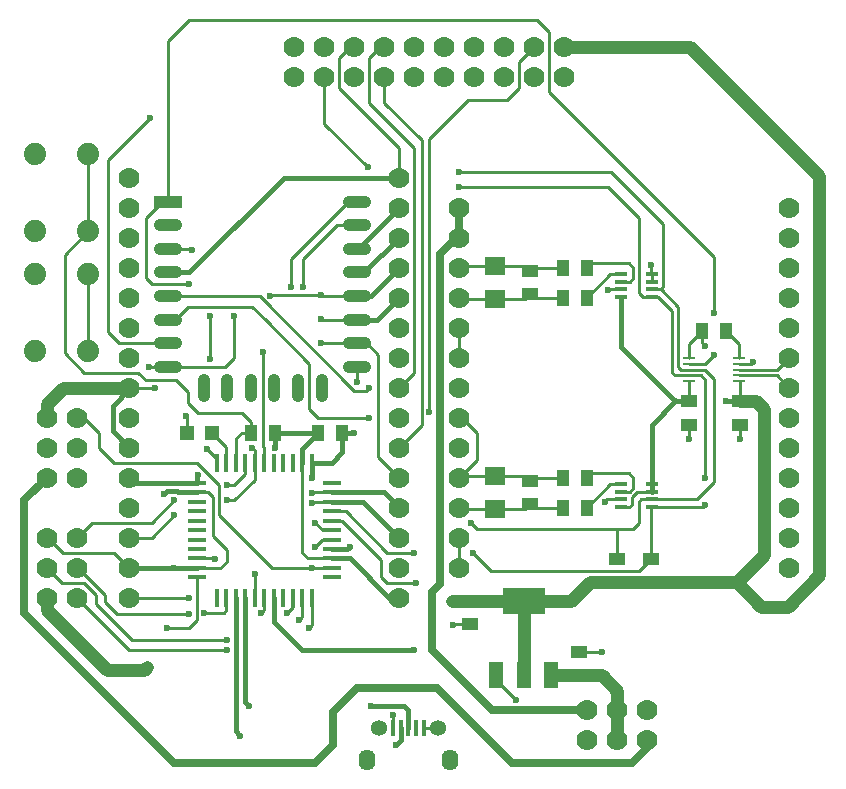
<source format=gtl>
G04 #@! TF.FileFunction,Copper,L1,Top,Signal*
%FSLAX46Y46*%
G04 Gerber Fmt 4.6, Leading zero omitted, Abs format (unit mm)*
G04 Created by KiCad (PCBNEW (2015-06-26 BZR 5832)-product) date Samstag, 05. März 2016 'u16' 11:16:22*
%MOMM*%
G01*
G04 APERTURE LIST*
%ADD10C,0.150000*%
%ADD11O,1.450000X1.300000*%
%ADD12R,0.400000X1.350000*%
%ADD13O,1.400000X1.800000*%
%ADD14C,1.778000*%
%ADD15R,1.399540X1.099820*%
%ADD16R,1.099820X1.399540*%
%ADD17R,1.198880X1.198880*%
%ADD18R,1.800860X1.597660*%
%ADD19C,1.879600*%
%ADD20O,1.100000X2.400000*%
%ADD21R,2.400000X1.100000*%
%ADD22O,2.400000X1.100000*%
%ADD23R,1.219200X2.235200*%
%ADD24R,3.599180X2.199640*%
%ADD25R,0.998220X0.248920*%
%ADD26R,1.524000X0.406400*%
%ADD27R,0.406400X1.524000*%
%ADD28R,1.100000X0.450000*%
%ADD29C,0.600000*%
%ADD30C,1.100000*%
%ADD31C,0.250000*%
%ADD32C,0.400000*%
%ADD33C,0.700000*%
G04 APERTURE END LIST*
D10*
D11*
X158202000Y-130396000D03*
X153202000Y-130396000D03*
D12*
X155702000Y-130396000D03*
X156352000Y-130396000D03*
X157002000Y-130396000D03*
X155052000Y-130396000D03*
X154402000Y-130396000D03*
D13*
X159202000Y-133096000D03*
X152202000Y-133096000D03*
D14*
X168910000Y-72750000D03*
X168910000Y-75290000D03*
X166370000Y-72750000D03*
X166370000Y-75290000D03*
X163830000Y-72750000D03*
X163830000Y-75290000D03*
X161290000Y-72750000D03*
X161290000Y-75290000D03*
X158750000Y-72750000D03*
X158750000Y-75290000D03*
X156210000Y-72750000D03*
X156210000Y-75290000D03*
X153670000Y-72750000D03*
X153670000Y-75290000D03*
X151130000Y-72750000D03*
X151130000Y-75290000D03*
X148590000Y-72750000D03*
X148590000Y-75290000D03*
X146050000Y-72750000D03*
X146050000Y-75290000D03*
X160020000Y-86360000D03*
X187960000Y-86360000D03*
X160020000Y-88900000D03*
X187960000Y-88900000D03*
X160020000Y-91440000D03*
X187960000Y-91440000D03*
X160020000Y-93980000D03*
X187960000Y-93980000D03*
X160020000Y-96520000D03*
X187960000Y-96520000D03*
X160020000Y-99060000D03*
X187960000Y-99060000D03*
X160020000Y-101600000D03*
X187960000Y-101600000D03*
X160020000Y-104140000D03*
X187960000Y-104140000D03*
X160020000Y-106680000D03*
X187960000Y-106680000D03*
X160020000Y-109220000D03*
X187960000Y-109220000D03*
X160020000Y-111760000D03*
X187960000Y-111760000D03*
X160020000Y-114300000D03*
X187960000Y-114300000D03*
X160020000Y-116840000D03*
X187960000Y-116840000D03*
X175895000Y-128905000D03*
X173355000Y-128905000D03*
X170815000Y-128905000D03*
X175895000Y-131445000D03*
X173355000Y-131445000D03*
X170815000Y-131445000D03*
X127635000Y-119380000D03*
X125095000Y-119380000D03*
X127635000Y-116840000D03*
X125095000Y-116840000D03*
X127635000Y-114300000D03*
X125095000Y-114300000D03*
X127635000Y-109220000D03*
X125095000Y-109220000D03*
X127635000Y-106680000D03*
X125095000Y-106680000D03*
X127635000Y-104140000D03*
X125095000Y-104140000D03*
X132080000Y-83820000D03*
X154940000Y-83820000D03*
X132080000Y-86360000D03*
X154940000Y-86360000D03*
X132080000Y-88900000D03*
X154940000Y-88900000D03*
X132080000Y-91440000D03*
X154940000Y-91440000D03*
X132080000Y-93980000D03*
X154940000Y-93980000D03*
X132080000Y-96520000D03*
X154940000Y-96520000D03*
X132080000Y-99060000D03*
X154940000Y-99060000D03*
X132080000Y-101600000D03*
X154940000Y-101600000D03*
X132080000Y-104140000D03*
X154940000Y-104140000D03*
X132080000Y-106680000D03*
X154940000Y-106680000D03*
X132080000Y-109220000D03*
X154940000Y-109220000D03*
X132080000Y-111760000D03*
X154940000Y-111760000D03*
X132080000Y-114300000D03*
X154940000Y-114300000D03*
X132080000Y-116840000D03*
X154940000Y-116840000D03*
X132080000Y-119380000D03*
X154940000Y-119380000D03*
D15*
X170180000Y-125966220D03*
X170180000Y-123969780D03*
X160909000Y-119651780D03*
X160909000Y-121648220D03*
X183769000Y-102760780D03*
X183769000Y-104757220D03*
D16*
X148099780Y-105410000D03*
X150096220Y-105410000D03*
D15*
X179451000Y-102760780D03*
X179451000Y-104757220D03*
D16*
X182608220Y-96774000D03*
X180611780Y-96774000D03*
D15*
X165989000Y-111488220D03*
X165989000Y-109491780D03*
X165989000Y-93708220D03*
X165989000Y-91711780D03*
D17*
X139098020Y-105410000D03*
X136999980Y-105410000D03*
D15*
X176276000Y-118092220D03*
X176276000Y-116095780D03*
X173355000Y-118092220D03*
X173355000Y-116095780D03*
D16*
X168800780Y-111760000D03*
X170797220Y-111760000D03*
X168800780Y-109220000D03*
X170797220Y-109220000D03*
X168800780Y-93980000D03*
X170797220Y-93980000D03*
X168800780Y-91440000D03*
X170797220Y-91440000D03*
D18*
X163068000Y-109070140D03*
X163068000Y-111909860D03*
X163068000Y-91290140D03*
X163068000Y-94129860D03*
D16*
X144381220Y-105410000D03*
X142384780Y-105410000D03*
D19*
X124104400Y-98501200D03*
X124104400Y-91998800D03*
X128625600Y-98501200D03*
X128625600Y-91998800D03*
X128625600Y-81838800D03*
X128625600Y-88341200D03*
X124104400Y-81838800D03*
X124104400Y-88341200D03*
D20*
X138372000Y-101602000D03*
X140372000Y-101602000D03*
X142372000Y-101602000D03*
X144372000Y-101602000D03*
X146372000Y-101602000D03*
X148372000Y-101602000D03*
D21*
X135382000Y-85852000D03*
D22*
X135382000Y-87852000D03*
X135382000Y-89852000D03*
X135382000Y-91852000D03*
X135382000Y-93852000D03*
X135382000Y-95852000D03*
X135382000Y-97852000D03*
X135382000Y-99852000D03*
X151382000Y-99852000D03*
X151382000Y-97852000D03*
X151382000Y-95852000D03*
X151382000Y-93852000D03*
X151382000Y-91852000D03*
X151382000Y-89852000D03*
X151382000Y-87852000D03*
X151382000Y-85852000D03*
D23*
X163169600Y-125907800D03*
X165481000Y-125907800D03*
X167792400Y-125907800D03*
D24*
X165481000Y-119710200D03*
D25*
X183720740Y-101074220D03*
X183720740Y-100573840D03*
X183720740Y-100076000D03*
X183720740Y-99578160D03*
X183720740Y-99077780D03*
X179499260Y-99077780D03*
X179499260Y-99578160D03*
X179499260Y-100076000D03*
X179499260Y-100573840D03*
X179499260Y-101074220D03*
D26*
X137795000Y-113665000D03*
X137795000Y-114465100D03*
X137795000Y-115265200D03*
X137795000Y-116065300D03*
X137795000Y-116865400D03*
X137795000Y-117665500D03*
X137795000Y-112864900D03*
X137795000Y-112064800D03*
X137795000Y-111264700D03*
X137795000Y-110464600D03*
X137795000Y-109664500D03*
X149225000Y-113665000D03*
X149225000Y-114465100D03*
X149225000Y-115265200D03*
X149225000Y-116065300D03*
X149225000Y-116865400D03*
X149225000Y-117665500D03*
X149225000Y-112864900D03*
X149225000Y-112064800D03*
X149225000Y-111264700D03*
X149225000Y-110464600D03*
X149225000Y-109664500D03*
D27*
X143510000Y-119380000D03*
X143510000Y-107950000D03*
X144310100Y-119380000D03*
X144310100Y-107950000D03*
X145110200Y-107950000D03*
X145110200Y-119380000D03*
X145910300Y-119380000D03*
X145910300Y-107950000D03*
X146710400Y-107950000D03*
X146710400Y-119380000D03*
X147510500Y-119380000D03*
X147510500Y-107950000D03*
X142709900Y-107950000D03*
X142709900Y-119380000D03*
X141909800Y-119380000D03*
X141909800Y-107950000D03*
X141109700Y-107950000D03*
X141109700Y-119380000D03*
X140309600Y-119380000D03*
X140309600Y-107950000D03*
X139509500Y-107950000D03*
X139509500Y-119380000D03*
D28*
X173706000Y-109769000D03*
X173706000Y-110419000D03*
X173706000Y-111069000D03*
X173706000Y-111719000D03*
X176306000Y-111719000D03*
X176306000Y-111069000D03*
X176306000Y-110419000D03*
X176306000Y-109769000D03*
X173706000Y-91989000D03*
X173706000Y-92639000D03*
X173706000Y-93289000D03*
X173706000Y-93939000D03*
X176306000Y-93939000D03*
X176306000Y-93289000D03*
X176306000Y-92639000D03*
X176306000Y-91989000D03*
D29*
X135890000Y-116840000D03*
X150749000Y-115062000D03*
X151130000Y-105410000D03*
X147574000Y-109220000D03*
X135001000Y-110617000D03*
X134239000Y-101600000D03*
X172085000Y-123952000D03*
X184912000Y-99441000D03*
X183769000Y-105918000D03*
X179451000Y-105918000D03*
X176276000Y-91186000D03*
X172593000Y-93345000D03*
X172339000Y-111252000D03*
X180848000Y-98044000D03*
X159512000Y-121666000D03*
X164846000Y-128016000D03*
X142748000Y-117348000D03*
X151384000Y-101092000D03*
X144399000Y-106680000D03*
X137922000Y-108966000D03*
X178308000Y-102743000D03*
X182626000Y-102743000D03*
X137160000Y-119380000D03*
X138430000Y-120650000D03*
X140970000Y-95504000D03*
X133604000Y-125222000D03*
X159385000Y-119634000D03*
X133731000Y-99822000D03*
X156210000Y-123825000D03*
X143256000Y-120650000D03*
X139319000Y-116078000D03*
X135255000Y-121920000D03*
X152527000Y-128524000D03*
X154686000Y-131826000D03*
X154432000Y-129286000D03*
X147574000Y-116840000D03*
X136906000Y-104013000D03*
X147320000Y-121920000D03*
X140335000Y-123825000D03*
X145415000Y-120650000D03*
X137160000Y-120777000D03*
X146431000Y-121285000D03*
X140335000Y-122936000D03*
X140335000Y-109855000D03*
X135890000Y-111125000D03*
X157480000Y-103632000D03*
X152400000Y-104140000D03*
X152400000Y-101600000D03*
X133858000Y-78740000D03*
X152273000Y-82931000D03*
X148336000Y-95758000D03*
X148336000Y-97790000D03*
X141478000Y-131064000D03*
X142240000Y-128524000D03*
X142494000Y-106680000D03*
X138938000Y-95504000D03*
X138938000Y-99187000D03*
X181610000Y-98806000D03*
X181610000Y-95250000D03*
X140335000Y-111125000D03*
X135890000Y-112395000D03*
X137160000Y-92837000D03*
X144018000Y-93853000D03*
X143383000Y-98552000D03*
X148336000Y-93726000D03*
X137414000Y-89916000D03*
X160020000Y-84582000D03*
X180848000Y-111506000D03*
X180848000Y-109220000D03*
X161163000Y-115570000D03*
X156337000Y-118110000D03*
X160020000Y-83312000D03*
X161036000Y-113030000D03*
X156210000Y-115570000D03*
X138684000Y-106807000D03*
X147574000Y-110490000D03*
X146812000Y-93091000D03*
X147574000Y-111379000D03*
X145796000Y-93091000D03*
X147828000Y-113030000D03*
X147828000Y-115062000D03*
D30*
X173355000Y-128905000D02*
X173355000Y-131445000D01*
X170180000Y-125966220D02*
X172067220Y-125966220D01*
X173355000Y-127254000D02*
X173355000Y-128905000D01*
X172067220Y-125966220D02*
X173355000Y-127254000D01*
X170180000Y-125966220D02*
X167850820Y-125966220D01*
X167850820Y-125966220D02*
X167792400Y-125907800D01*
D31*
X167850820Y-125966220D02*
X167792400Y-125907800D01*
X137795000Y-110464600D02*
X138785600Y-110464600D01*
X138785600Y-110464600D02*
X139192000Y-110871000D01*
X139192000Y-110871000D02*
X139192000Y-114173000D01*
X139192000Y-114173000D02*
X140335000Y-115316000D01*
X140335000Y-115316000D02*
X140335000Y-116332000D01*
X140335000Y-116332000D02*
X139801600Y-116865400D01*
X139801600Y-116865400D02*
X137795000Y-116865400D01*
D32*
X132080000Y-116840000D02*
X135890000Y-116840000D01*
X135890000Y-116840000D02*
X137769600Y-116840000D01*
X137769600Y-116840000D02*
X137795000Y-116865400D01*
X149225000Y-115265200D02*
X150545800Y-115265200D01*
X150545800Y-115265200D02*
X150749000Y-115062000D01*
X150096220Y-105410000D02*
X151130000Y-105410000D01*
X147510500Y-107950000D02*
X149225000Y-107950000D01*
X150096220Y-107078780D02*
X150096220Y-105410000D01*
X149225000Y-107950000D02*
X150096220Y-107078780D01*
X147510500Y-107950000D02*
X147510500Y-109156500D01*
X147510500Y-109156500D02*
X147574000Y-109220000D01*
X132080000Y-106680000D02*
X130683000Y-105283000D01*
X130683000Y-103124000D02*
X132080000Y-101727000D01*
X130683000Y-105283000D02*
X130683000Y-103124000D01*
X132080000Y-101727000D02*
X132080000Y-101600000D01*
X137795000Y-110464600D02*
X136245600Y-110464600D01*
X135255000Y-110363000D02*
X135001000Y-110617000D01*
X136144000Y-110363000D02*
X135255000Y-110363000D01*
X136245600Y-110464600D02*
X136144000Y-110363000D01*
D30*
X132080000Y-101600000D02*
X126492000Y-101600000D01*
X125095000Y-102997000D02*
X125095000Y-104140000D01*
X126492000Y-101600000D02*
X125095000Y-102997000D01*
D31*
X134239000Y-101600000D02*
X132080000Y-101600000D01*
X125095000Y-114300000D02*
X125222000Y-114300000D01*
X125222000Y-114300000D02*
X126492000Y-115570000D01*
X126492000Y-115570000D02*
X130810000Y-115570000D01*
X130810000Y-115570000D02*
X132080000Y-116840000D01*
X157002000Y-130396000D02*
X158202000Y-130396000D01*
X170180000Y-123969780D02*
X172067220Y-123969780D01*
X172067220Y-123969780D02*
X172085000Y-123952000D01*
X183720740Y-99578160D02*
X184774840Y-99578160D01*
X184774840Y-99578160D02*
X184912000Y-99441000D01*
X183769000Y-104757220D02*
X183769000Y-105918000D01*
X179451000Y-104757220D02*
X179451000Y-105918000D01*
X176306000Y-92639000D02*
X176306000Y-91989000D01*
X176306000Y-91989000D02*
X176276000Y-91959000D01*
X176276000Y-91959000D02*
X176276000Y-91186000D01*
X173706000Y-93289000D02*
X172649000Y-93289000D01*
X172649000Y-93289000D02*
X172593000Y-93345000D01*
X173706000Y-111069000D02*
X172522000Y-111069000D01*
X172522000Y-111069000D02*
X172339000Y-111252000D01*
X179499260Y-99077780D02*
X179499260Y-97886520D01*
X179499260Y-97886520D02*
X180611780Y-96774000D01*
X180611780Y-96774000D02*
X180611780Y-97807780D01*
X180611780Y-97807780D02*
X180848000Y-98044000D01*
X160909000Y-121648220D02*
X159529780Y-121648220D01*
X159529780Y-121648220D02*
X159512000Y-121666000D01*
X163169600Y-125907800D02*
X163169600Y-126339600D01*
X163169600Y-126339600D02*
X164846000Y-128016000D01*
X142709900Y-119380000D02*
X142709900Y-117386100D01*
X142709900Y-117386100D02*
X142748000Y-117348000D01*
X132105400Y-116865400D02*
X132080000Y-116840000D01*
X151382000Y-99852000D02*
X151382000Y-101090000D01*
X151382000Y-101090000D02*
X151384000Y-101092000D01*
D32*
X137795000Y-109664500D02*
X137795000Y-109093000D01*
X137795000Y-109093000D02*
X137922000Y-108966000D01*
X144381220Y-105410000D02*
X144381220Y-106662220D01*
X144381220Y-106662220D02*
X144399000Y-106680000D01*
X144381220Y-106662220D02*
X144399000Y-106680000D01*
X148099780Y-105410000D02*
X144381220Y-105410000D01*
X146710400Y-107950000D02*
X146710400Y-106799380D01*
X146710400Y-106799380D02*
X148099780Y-105410000D01*
X137795000Y-109664500D02*
X132524500Y-109664500D01*
X132524500Y-109664500D02*
X132080000Y-109220000D01*
X132524500Y-109664500D02*
X132080000Y-109220000D01*
X183769000Y-102760780D02*
X182643780Y-102760780D01*
X182643780Y-102760780D02*
X182626000Y-102743000D01*
D31*
X182643780Y-102760780D02*
X182626000Y-102743000D01*
D32*
X173706000Y-93939000D02*
X173706000Y-98141000D01*
X173706000Y-98141000D02*
X178308000Y-102743000D01*
X178308000Y-102743000D02*
X179433220Y-102743000D01*
X179433220Y-102743000D02*
X179451000Y-102760780D01*
D31*
X173706000Y-111719000D02*
X174412000Y-111719000D01*
X174412000Y-111719000D02*
X174625000Y-111506000D01*
X174625000Y-111506000D02*
X174625000Y-110872398D01*
X174625000Y-110872398D02*
X175078398Y-110419000D01*
X175078398Y-110419000D02*
X176306000Y-110419000D01*
D32*
X176306000Y-109769000D02*
X176306000Y-104745000D01*
X176306000Y-104745000D02*
X178308000Y-102743000D01*
X176306000Y-110419000D02*
X176306000Y-109769000D01*
X149225000Y-116065300D02*
X150736300Y-116065300D01*
X150736300Y-116065300D02*
X154051000Y-119380000D01*
X154051000Y-119380000D02*
X154940000Y-119380000D01*
D31*
X140309600Y-119380000D02*
X140309600Y-120421400D01*
X140309600Y-120421400D02*
X140081000Y-120650000D01*
X140081000Y-120650000D02*
X138430000Y-120650000D01*
X137160000Y-119380000D02*
X132080000Y-119380000D01*
X140970000Y-99060000D02*
X140970000Y-95504000D01*
X140178000Y-99852000D02*
X140970000Y-99060000D01*
X135382000Y-99852000D02*
X140178000Y-99852000D01*
D30*
X125095000Y-120396000D02*
X125095000Y-119380000D01*
X130175000Y-125476000D02*
X125095000Y-120396000D01*
X133350000Y-125476000D02*
X130175000Y-125476000D01*
X133604000Y-125222000D02*
X133350000Y-125476000D01*
X183497220Y-118092220D02*
X185547000Y-120142000D01*
X179557000Y-72750000D02*
X168910000Y-72750000D01*
X190500000Y-83693000D02*
X179557000Y-72750000D01*
X190500000Y-117475000D02*
X190500000Y-83693000D01*
X187833000Y-120142000D02*
X190500000Y-117475000D01*
X185547000Y-120142000D02*
X187833000Y-120142000D01*
X183497220Y-118092220D02*
X176276000Y-118092220D01*
X183769000Y-102760780D02*
X185183780Y-102760780D01*
X185801000Y-115788440D02*
X183497220Y-118092220D01*
X185801000Y-103378000D02*
X185801000Y-115788440D01*
X185183780Y-102760780D02*
X185801000Y-103378000D01*
X165481000Y-125907800D02*
X165481000Y-119710200D01*
X160909000Y-119651780D02*
X159402780Y-119651780D01*
X159402780Y-119651780D02*
X159385000Y-119634000D01*
X160909000Y-119651780D02*
X165422580Y-119651780D01*
X165422580Y-119651780D02*
X165481000Y-119710200D01*
X173355000Y-118092220D02*
X171086780Y-118092220D01*
X169468800Y-119710200D02*
X165481000Y-119710200D01*
X171086780Y-118092220D02*
X169468800Y-119710200D01*
X173355000Y-118092220D02*
X176276000Y-118092220D01*
D31*
X183769000Y-102760780D02*
X183769000Y-101122480D01*
X183769000Y-101122480D02*
X183720740Y-101074220D01*
X179451000Y-102760780D02*
X179451000Y-101122480D01*
X179451000Y-101122480D02*
X179499260Y-101074220D01*
X173736000Y-93969000D02*
X173706000Y-93939000D01*
X176276000Y-109739000D02*
X176306000Y-109769000D01*
X160967420Y-119710200D02*
X160909000Y-119651780D01*
X135382000Y-99852000D02*
X133761000Y-99852000D01*
X133761000Y-99852000D02*
X133731000Y-99822000D01*
X137922000Y-108966000D02*
X137795000Y-109093000D01*
X144381220Y-106662220D02*
X144399000Y-106680000D01*
X135382000Y-99852000D02*
X134209000Y-99852000D01*
X149225000Y-116065300D02*
X147180300Y-116065300D01*
X146710400Y-115595400D02*
X146710400Y-107950000D01*
X147180300Y-116065300D02*
X146710400Y-115595400D01*
X132524500Y-109664500D02*
X132080000Y-109220000D01*
D32*
X144310100Y-119380000D02*
X144310100Y-121450100D01*
X146685000Y-123825000D02*
X156210000Y-123825000D01*
X144310100Y-121450100D02*
X146685000Y-123825000D01*
D31*
X183720740Y-99077780D02*
X183720740Y-97886520D01*
X183720740Y-97886520D02*
X182608220Y-96774000D01*
X143510000Y-119380000D02*
X143510000Y-120396000D01*
X143510000Y-120396000D02*
X143256000Y-120650000D01*
X137795000Y-116065300D02*
X139306300Y-116065300D01*
X139306300Y-116065300D02*
X139319000Y-116078000D01*
X137795000Y-117665500D02*
X137795000Y-121285000D01*
X137160000Y-121920000D02*
X135255000Y-121920000D01*
X137795000Y-121285000D02*
X137160000Y-121920000D01*
X168800780Y-111760000D02*
X166260780Y-111760000D01*
X166260780Y-111760000D02*
X165989000Y-111488220D01*
X163068000Y-111909860D02*
X165567360Y-111909860D01*
X165567360Y-111909860D02*
X165989000Y-111488220D01*
X163068000Y-111909860D02*
X160169860Y-111909860D01*
X160169860Y-111909860D02*
X160020000Y-111760000D01*
X163489640Y-111488220D02*
X163068000Y-111909860D01*
X166133780Y-111760000D02*
X165862000Y-111488220D01*
X168800780Y-109220000D02*
X166260780Y-109220000D01*
X166260780Y-109220000D02*
X165989000Y-109491780D01*
X163068000Y-109070140D02*
X165567360Y-109070140D01*
X165567360Y-109070140D02*
X165989000Y-109491780D01*
X160020000Y-104140000D02*
X160274000Y-104140000D01*
X160274000Y-104140000D02*
X161544000Y-105410000D01*
X161544000Y-105410000D02*
X161544000Y-107696000D01*
X161544000Y-107696000D02*
X160020000Y-109220000D01*
X163489640Y-109491780D02*
X163068000Y-109070140D01*
X160020000Y-109220000D02*
X159766000Y-109220000D01*
X163068000Y-109070140D02*
X160169860Y-109070140D01*
X160169860Y-109070140D02*
X160020000Y-109220000D01*
X166133780Y-109220000D02*
X165862000Y-109491780D01*
X168800780Y-93980000D02*
X166260780Y-93980000D01*
X166260780Y-93980000D02*
X165989000Y-93708220D01*
X163068000Y-94129860D02*
X165567360Y-94129860D01*
X165567360Y-94129860D02*
X165989000Y-93708220D01*
X163068000Y-94129860D02*
X160169860Y-94129860D01*
X160169860Y-94129860D02*
X160020000Y-93980000D01*
X163489640Y-93708220D02*
X163068000Y-94129860D01*
X168800780Y-91440000D02*
X166260780Y-91440000D01*
X166260780Y-91440000D02*
X165989000Y-91711780D01*
X163068000Y-91290140D02*
X165567360Y-91290140D01*
X165567360Y-91290140D02*
X165989000Y-91711780D01*
X163068000Y-91290140D02*
X160169860Y-91290140D01*
X160169860Y-91290140D02*
X160020000Y-91440000D01*
X163489640Y-91711780D02*
X163068000Y-91290140D01*
X165879780Y-91440000D02*
X165608000Y-91711780D01*
D32*
X155702000Y-130396000D02*
X155702000Y-128905000D01*
X155321000Y-128524000D02*
X152527000Y-128524000D01*
X155702000Y-128905000D02*
X155321000Y-128524000D01*
X155052000Y-130396000D02*
X155052000Y-131460000D01*
X155052000Y-131460000D02*
X154686000Y-131826000D01*
D31*
X154402000Y-130396000D02*
X154402000Y-129316000D01*
X154402000Y-129316000D02*
X154432000Y-129286000D01*
X128625600Y-91998800D02*
X128625600Y-98501200D01*
X127635000Y-104140000D02*
X128270000Y-104140000D01*
X128270000Y-104140000D02*
X129540000Y-105410000D01*
X129540000Y-105410000D02*
X129540000Y-106680000D01*
X129540000Y-106680000D02*
X130810000Y-107950000D01*
X130810000Y-107950000D02*
X137795000Y-107950000D01*
X137795000Y-107950000D02*
X139700000Y-109855000D01*
X139700000Y-109855000D02*
X139700000Y-112395000D01*
X139700000Y-112395000D02*
X144145000Y-116840000D01*
X144145000Y-116840000D02*
X147574000Y-116840000D01*
X147599400Y-116865400D02*
X149225000Y-116865400D01*
X147574000Y-116840000D02*
X147599400Y-116865400D01*
X140309600Y-107950000D02*
X140309600Y-106621580D01*
X140309600Y-106621580D02*
X139098020Y-105410000D01*
X136999980Y-105410000D02*
X136999980Y-104106980D01*
X136999980Y-104106980D02*
X136906000Y-104013000D01*
X160020000Y-116840000D02*
X160020000Y-114300000D01*
D33*
X160020000Y-86360000D02*
X160020000Y-88900000D01*
X160020000Y-88900000D02*
X159766000Y-88900000D01*
X159766000Y-88900000D02*
X158369000Y-90297000D01*
X162814000Y-128905000D02*
X170815000Y-128905000D01*
X157734000Y-123825000D02*
X162814000Y-128905000D01*
X157734000Y-118872000D02*
X157734000Y-123825000D01*
X158369000Y-118237000D02*
X157734000Y-118872000D01*
X158369000Y-90297000D02*
X158369000Y-118237000D01*
D31*
X160020000Y-88900000D02*
X159385000Y-88900000D01*
D33*
X125095000Y-109220000D02*
X123190000Y-111125000D01*
X123190000Y-111125000D02*
X123190000Y-120650000D01*
X123190000Y-120650000D02*
X135890000Y-133350000D01*
X135890000Y-133350000D02*
X147828000Y-133350000D01*
X147828000Y-133350000D02*
X149352000Y-131826000D01*
X149352000Y-131826000D02*
X149352000Y-129032000D01*
X149352000Y-129032000D02*
X151384000Y-127000000D01*
X151384000Y-127000000D02*
X158115000Y-127000000D01*
X158115000Y-127000000D02*
X164465000Y-133350000D01*
X164465000Y-133350000D02*
X174625000Y-133350000D01*
X174625000Y-133350000D02*
X175895000Y-132080000D01*
X175895000Y-132080000D02*
X175895000Y-131445000D01*
D31*
X127635000Y-119380000D02*
X130810000Y-122555000D01*
X147510500Y-121729500D02*
X147510500Y-119380000D01*
X147320000Y-121920000D02*
X147510500Y-121729500D01*
X132080000Y-123825000D02*
X140335000Y-123825000D01*
X130810000Y-122555000D02*
X132080000Y-123825000D01*
X127635000Y-116840000D02*
X127762000Y-116840000D01*
X127762000Y-116840000D02*
X130048000Y-119126000D01*
X145910300Y-120154700D02*
X145910300Y-119380000D01*
X145415000Y-120650000D02*
X145910300Y-120154700D01*
X131064000Y-120777000D02*
X137160000Y-120777000D01*
X130048000Y-119761000D02*
X131064000Y-120777000D01*
X130048000Y-119126000D02*
X130048000Y-119761000D01*
X129032000Y-118872000D02*
X129286000Y-119126000D01*
X129032000Y-118872000D02*
X128270000Y-118110000D01*
X128270000Y-118110000D02*
X126365000Y-118110000D01*
X125095000Y-116840000D02*
X126365000Y-118110000D01*
X146710400Y-121005600D02*
X146710400Y-119380000D01*
X146431000Y-121285000D02*
X146710400Y-121005600D01*
X132334000Y-122936000D02*
X140335000Y-122936000D01*
X129286000Y-119888000D02*
X132334000Y-122936000D01*
X129286000Y-119126000D02*
X129286000Y-119888000D01*
X127635000Y-114300000D02*
X128905000Y-113030000D01*
X141909800Y-108915200D02*
X141909800Y-107950000D01*
X140970000Y-109855000D02*
X141909800Y-108915200D01*
X140335000Y-109855000D02*
X140970000Y-109855000D01*
X133985000Y-113030000D02*
X135890000Y-111125000D01*
X128905000Y-113030000D02*
X133985000Y-113030000D01*
X143637000Y-95885000D02*
X142494000Y-94742000D01*
X137033000Y-94742000D02*
X135923000Y-95852000D01*
X137668000Y-94742000D02*
X137033000Y-94742000D01*
X142494000Y-94742000D02*
X137668000Y-94742000D01*
X135923000Y-95852000D02*
X135382000Y-95852000D01*
X165100000Y-74020000D02*
X166370000Y-72750000D01*
X165100000Y-76200000D02*
X165100000Y-74020000D01*
X164084000Y-77216000D02*
X165100000Y-76200000D01*
X160782000Y-77216000D02*
X164084000Y-77216000D01*
X157480000Y-80518000D02*
X160782000Y-77216000D01*
X157480000Y-93218000D02*
X157480000Y-80518000D01*
X157480000Y-103632000D02*
X157480000Y-93218000D01*
X149098000Y-104140000D02*
X148082000Y-104140000D01*
X152400000Y-104140000D02*
X149098000Y-104140000D01*
X147320000Y-99568000D02*
X143637000Y-95885000D01*
X143637000Y-95885000D02*
X143604000Y-95852000D01*
X147320000Y-103378000D02*
X147320000Y-99568000D01*
X148082000Y-104140000D02*
X147320000Y-103378000D01*
X153670000Y-72750000D02*
X153310000Y-72750000D01*
X153310000Y-72750000D02*
X152400000Y-73660000D01*
X152400000Y-73660000D02*
X152400000Y-77470000D01*
X152400000Y-77470000D02*
X156210000Y-81280000D01*
X156210000Y-81280000D02*
X156210000Y-100330000D01*
X156210000Y-100330000D02*
X154940000Y-101600000D01*
X143128000Y-93852000D02*
X135382000Y-93852000D01*
X151130000Y-101854000D02*
X143128000Y-93852000D01*
X152146000Y-101854000D02*
X151130000Y-101854000D01*
X152400000Y-101600000D02*
X152146000Y-101854000D01*
X130302000Y-82296000D02*
X130302000Y-96901000D01*
X133858000Y-78740000D02*
X130302000Y-82296000D01*
X131191000Y-97790000D02*
X135320000Y-97790000D01*
X130302000Y-96901000D02*
X131191000Y-97790000D01*
X135320000Y-97790000D02*
X135382000Y-97852000D01*
X153670000Y-75290000D02*
X153670000Y-77470000D01*
X156845000Y-104775000D02*
X154940000Y-106680000D01*
X156845000Y-80645000D02*
X156845000Y-104775000D01*
X153670000Y-77470000D02*
X156845000Y-80645000D01*
D32*
X135382000Y-91852000D02*
X137129000Y-91852000D01*
X145161000Y-83820000D02*
X154940000Y-83820000D01*
X137129000Y-91852000D02*
X145161000Y-83820000D01*
D31*
X151130000Y-72750000D02*
X150770000Y-72750000D01*
X150770000Y-72750000D02*
X149860000Y-73660000D01*
X149860000Y-73660000D02*
X149860000Y-76200000D01*
X149860000Y-76200000D02*
X154940000Y-81280000D01*
X154940000Y-81280000D02*
X154940000Y-83820000D01*
D32*
X151382000Y-95852000D02*
X153068000Y-95852000D01*
X153068000Y-95852000D02*
X154940000Y-93980000D01*
D31*
X148590000Y-79248000D02*
X148590000Y-75290000D01*
X152273000Y-82931000D02*
X148590000Y-79248000D01*
X151382000Y-95852000D02*
X148430000Y-95852000D01*
X148430000Y-95852000D02*
X148336000Y-95758000D01*
X160020000Y-99060000D02*
X160020000Y-96520000D01*
X151382000Y-97852000D02*
X152208000Y-97852000D01*
X152208000Y-97852000D02*
X153162000Y-98806000D01*
X153162000Y-107442000D02*
X154940000Y-109220000D01*
X153162000Y-98806000D02*
X153162000Y-107442000D01*
X151382000Y-97852000D02*
X148398000Y-97852000D01*
X148398000Y-97852000D02*
X148336000Y-97790000D01*
X183720740Y-100076000D02*
X186944000Y-100076000D01*
X186944000Y-100076000D02*
X187960000Y-99060000D01*
X183720740Y-100573840D02*
X186933840Y-100573840D01*
X186933840Y-100573840D02*
X187960000Y-101600000D01*
D32*
X141109700Y-119380000D02*
X141109700Y-130695700D01*
X141109700Y-130695700D02*
X141478000Y-131064000D01*
X141909800Y-119380000D02*
X141909800Y-128193800D01*
X141909800Y-128193800D02*
X142240000Y-128524000D01*
D31*
X142709900Y-106895900D02*
X142494000Y-106680000D01*
X142709900Y-107950000D02*
X142709900Y-106895900D01*
X138938000Y-99187000D02*
X138938000Y-95504000D01*
X137160000Y-70485000D02*
X166624000Y-70485000D01*
X180837840Y-99578160D02*
X181610000Y-98806000D01*
X181610000Y-95250000D02*
X181610000Y-93980000D01*
X135382000Y-72263000D02*
X137160000Y-70485000D01*
X135382000Y-85852000D02*
X135382000Y-72263000D01*
X180837840Y-99578160D02*
X179499260Y-99578160D01*
X181610000Y-90551000D02*
X181610000Y-93980000D01*
X167640000Y-76581000D02*
X181610000Y-90551000D01*
X167640000Y-71501000D02*
X167640000Y-76581000D01*
X166624000Y-70485000D02*
X167640000Y-71501000D01*
X132080000Y-114300000D02*
X133985000Y-114300000D01*
X142709900Y-109385100D02*
X142709900Y-107950000D01*
X140970000Y-111125000D02*
X142709900Y-109385100D01*
X140335000Y-111125000D02*
X140970000Y-111125000D01*
X133985000Y-114300000D02*
X135890000Y-112395000D01*
X135382000Y-85852000D02*
X134874000Y-85852000D01*
X134874000Y-85852000D02*
X133477000Y-87249000D01*
X133477000Y-87249000D02*
X133477000Y-92329000D01*
X133477000Y-92329000D02*
X133985000Y-92837000D01*
X133985000Y-92837000D02*
X137160000Y-92837000D01*
D32*
X151382000Y-93852000D02*
X152528000Y-93852000D01*
X152528000Y-93852000D02*
X154940000Y-91440000D01*
D31*
X143510000Y-107950000D02*
X143510000Y-106680000D01*
X144145000Y-93726000D02*
X148336000Y-93726000D01*
X144018000Y-93853000D02*
X144145000Y-93726000D01*
X143383000Y-106553000D02*
X143383000Y-98552000D01*
X143510000Y-106680000D02*
X143383000Y-106553000D01*
X151382000Y-93852000D02*
X148462000Y-93852000D01*
X148462000Y-93852000D02*
X148336000Y-93726000D01*
X154812000Y-91312000D02*
X154940000Y-91440000D01*
X135382000Y-89852000D02*
X137350000Y-89852000D01*
X137350000Y-89852000D02*
X137414000Y-89916000D01*
D32*
X151382000Y-89852000D02*
X151448000Y-89852000D01*
X151448000Y-89852000D02*
X154940000Y-86360000D01*
D31*
X178054000Y-97663000D02*
X178054000Y-95123000D01*
X176870000Y-93939000D02*
X176306000Y-93939000D01*
X178054000Y-95123000D02*
X176870000Y-93939000D01*
X174244000Y-86233000D02*
X175260000Y-87249000D01*
X175260000Y-87249000D02*
X175260000Y-93599000D01*
X175260000Y-93599000D02*
X175600000Y-93939000D01*
X175600000Y-93939000D02*
X176306000Y-93939000D01*
X160020000Y-84582000D02*
X172593000Y-84582000D01*
X172593000Y-84582000D02*
X174244000Y-86233000D01*
X179499260Y-100573840D02*
X180456840Y-100573840D01*
X180635000Y-111719000D02*
X176306000Y-111719000D01*
X180848000Y-111506000D02*
X180635000Y-111719000D01*
X180848000Y-100965000D02*
X180848000Y-109220000D01*
X180456840Y-100573840D02*
X180848000Y-100965000D01*
X176276000Y-116095780D02*
X176276000Y-111749000D01*
X176276000Y-111749000D02*
X176306000Y-111719000D01*
X149225000Y-112864900D02*
X150075900Y-112864900D01*
X175277780Y-117094000D02*
X176276000Y-116095780D01*
X162687000Y-117094000D02*
X175277780Y-117094000D01*
X161163000Y-115570000D02*
X162687000Y-117094000D01*
X153924000Y-118110000D02*
X156337000Y-118110000D01*
X153416000Y-117602000D02*
X153924000Y-118110000D01*
X153416000Y-116205000D02*
X153416000Y-117602000D01*
X150075900Y-112864900D02*
X153416000Y-116205000D01*
X178297840Y-100573840D02*
X179499260Y-100573840D01*
X178054000Y-100330000D02*
X178297840Y-100573840D01*
X178054000Y-97536000D02*
X178054000Y-97663000D01*
X178054000Y-97663000D02*
X178054000Y-100330000D01*
D32*
X151382000Y-91852000D02*
X151988000Y-91852000D01*
X151988000Y-91852000D02*
X154940000Y-88900000D01*
D31*
X176306000Y-111069000D02*
X175443000Y-111069000D01*
X174752000Y-113538000D02*
X173355000Y-113538000D01*
X175260000Y-113030000D02*
X174752000Y-113538000D01*
X175260000Y-111252000D02*
X175260000Y-113030000D01*
X175443000Y-111069000D02*
X175260000Y-111252000D01*
X178562000Y-95758000D02*
X178562000Y-94757000D01*
X179499260Y-100076000D02*
X178816000Y-100076000D01*
X178562000Y-99822000D02*
X178816000Y-100076000D01*
X178562000Y-95758000D02*
X178562000Y-99822000D01*
X178562000Y-94757000D02*
X177094000Y-93289000D01*
X176530000Y-86995000D02*
X177292000Y-87757000D01*
X177292000Y-87757000D02*
X177292000Y-92710000D01*
X177292000Y-92710000D02*
X177292000Y-93091000D01*
X177292000Y-93091000D02*
X177094000Y-93289000D01*
X172847000Y-83312000D02*
X176530000Y-86995000D01*
X171958000Y-83312000D02*
X172847000Y-83312000D01*
X160020000Y-83312000D02*
X171958000Y-83312000D01*
X177094000Y-93289000D02*
X176306000Y-93289000D01*
X179499260Y-100076000D02*
X180848000Y-100076000D01*
X180142000Y-111069000D02*
X176306000Y-111069000D01*
X181610000Y-109601000D02*
X180142000Y-111069000D01*
X181610000Y-100838000D02*
X181610000Y-109601000D01*
X180848000Y-100076000D02*
X181610000Y-100838000D01*
X173355000Y-116095780D02*
X173355000Y-113538000D01*
X149225000Y-112064800D02*
X150418800Y-112064800D01*
X153924000Y-115570000D02*
X156083000Y-115570000D01*
X150418800Y-112064800D02*
X153924000Y-115570000D01*
X161036000Y-113030000D02*
X161544000Y-113538000D01*
X161544000Y-113538000D02*
X166624000Y-113538000D01*
X173355000Y-113538000D02*
X166624000Y-113538000D01*
X156083000Y-115570000D02*
X156210000Y-115570000D01*
X154528000Y-89312000D02*
X154940000Y-88900000D01*
X173706000Y-109769000D02*
X172788220Y-109769000D01*
X172788220Y-109769000D02*
X170797220Y-111760000D01*
X173706000Y-110419000D02*
X174442000Y-110419000D01*
X174371000Y-108839000D02*
X171178220Y-108839000D01*
X174752000Y-109220000D02*
X174371000Y-108839000D01*
X174752000Y-110109000D02*
X174752000Y-109220000D01*
X174442000Y-110419000D02*
X174752000Y-110109000D01*
X171178220Y-108839000D02*
X170797220Y-109220000D01*
X170924220Y-108966000D02*
X170670220Y-109220000D01*
X170924220Y-108966000D02*
X170670220Y-109220000D01*
X173706000Y-91989000D02*
X172788220Y-91989000D01*
X172788220Y-91989000D02*
X170797220Y-93980000D01*
X173706000Y-92639000D02*
X174442000Y-92639000D01*
X174371000Y-91059000D02*
X171178220Y-91059000D01*
X174752000Y-91440000D02*
X174371000Y-91059000D01*
X174752000Y-92329000D02*
X174752000Y-91440000D01*
X174442000Y-92639000D02*
X174752000Y-92329000D01*
X171178220Y-91059000D02*
X170797220Y-91440000D01*
X139509500Y-107950000D02*
X139509500Y-107632500D01*
X139509500Y-107632500D02*
X138684000Y-106807000D01*
X137033000Y-102870000D02*
X137033000Y-101981000D01*
X128625600Y-88341200D02*
X126619000Y-90347800D01*
X142384780Y-104538780D02*
X142384780Y-105410000D01*
X137922000Y-103759000D02*
X137033000Y-102870000D01*
X141605000Y-103759000D02*
X137922000Y-103759000D01*
X142384780Y-104538780D02*
X141605000Y-103759000D01*
X126619000Y-98679000D02*
X126619000Y-90347800D01*
X128270000Y-100330000D02*
X126619000Y-98679000D01*
X132842000Y-100330000D02*
X128270000Y-100330000D01*
X133477000Y-100965000D02*
X132842000Y-100330000D01*
X136017000Y-100965000D02*
X133477000Y-100965000D01*
X137033000Y-101981000D02*
X136017000Y-100965000D01*
X128625600Y-88341200D02*
X128625600Y-81838800D01*
X141109700Y-107950000D02*
X141109700Y-105905300D01*
X141109700Y-105905300D02*
X141605000Y-105410000D01*
X141605000Y-105410000D02*
X142384780Y-105410000D01*
D32*
X149225000Y-110464600D02*
X153644600Y-110464600D01*
X153644600Y-110464600D02*
X154940000Y-111760000D01*
D31*
X147599400Y-110464600D02*
X147574000Y-110490000D01*
X146812000Y-90678000D02*
X149638000Y-87852000D01*
X151382000Y-87852000D02*
X149638000Y-87852000D01*
X147599400Y-110464600D02*
X149225000Y-110464600D01*
X146812000Y-93091000D02*
X146812000Y-90678000D01*
D32*
X149225000Y-111264700D02*
X151904700Y-111264700D01*
X151904700Y-111264700D02*
X154940000Y-114300000D01*
D31*
X147688300Y-111264700D02*
X147574000Y-111379000D01*
X149225000Y-111264700D02*
X147688300Y-111264700D01*
X145796000Y-93091000D02*
X145796000Y-90678000D01*
X145796000Y-90678000D02*
X145796000Y-90805000D01*
X145796000Y-90678000D02*
X150622000Y-85852000D01*
X150622000Y-85852000D02*
X151382000Y-85852000D01*
X149225000Y-113665000D02*
X148463000Y-113665000D01*
X148463000Y-113665000D02*
X147828000Y-113030000D01*
X149225000Y-114465100D02*
X148424900Y-114465100D01*
X148424900Y-114465100D02*
X147828000Y-115062000D01*
M02*

</source>
